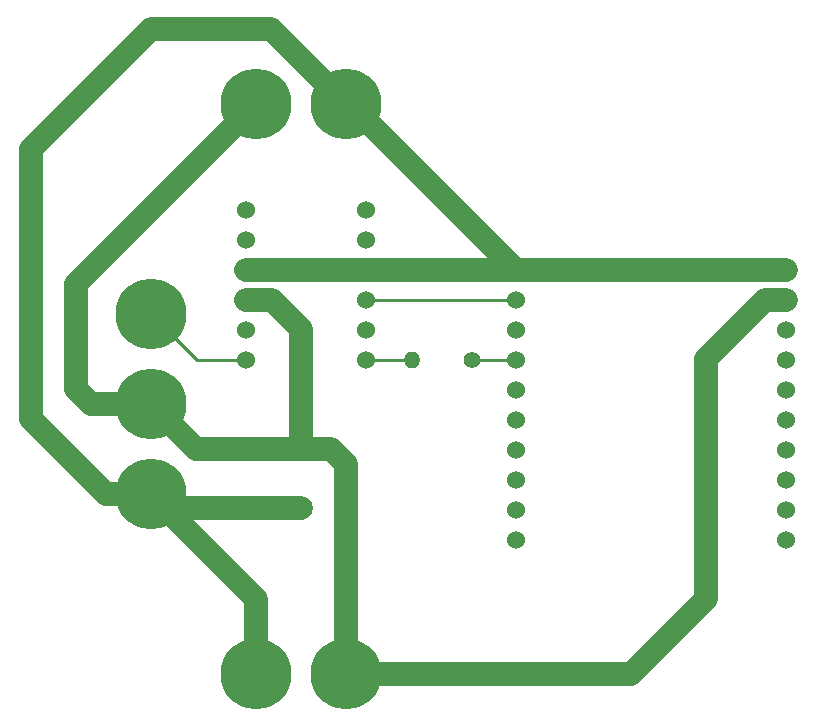
<source format=gbr>
G04 #@! TF.FileFunction,Copper,L1,Top,Signal*
%FSLAX46Y46*%
G04 Gerber Fmt 4.6, Leading zero omitted, Abs format (unit mm)*
G04 Created by KiCad (PCBNEW 4.0.4-stable) date 11/11/17 19:23:41*
%MOMM*%
%LPD*%
G01*
G04 APERTURE LIST*
%ADD10C,0.100000*%
%ADD11R,2.000000X2.000000*%
%ADD12C,2.000000*%
%ADD13C,1.524000*%
%ADD14C,5.999480*%
%ADD15C,1.400000*%
%ADD16O,1.400000X1.400000*%
%ADD17C,0.250000*%
%ADD18C,2.000000*%
G04 APERTURE END LIST*
D10*
D11*
X160020000Y-113030000D03*
D12*
X160020000Y-118030000D03*
D13*
X165500000Y-105500000D03*
X165500000Y-102960000D03*
X165500000Y-100420000D03*
X165500000Y-97880000D03*
X165500000Y-95340000D03*
X165500000Y-92800000D03*
X155340000Y-105500000D03*
X155340000Y-102960000D03*
X155340000Y-100420000D03*
X155340000Y-97880000D03*
X155340000Y-95340000D03*
X155340000Y-92800000D03*
D14*
X147320000Y-116840000D03*
X147320000Y-109220000D03*
X147320000Y-101600000D03*
D15*
X174500000Y-105500000D03*
D16*
X169420000Y-105500000D03*
D13*
X201089000Y-97875000D03*
X201089000Y-100415000D03*
X201089000Y-102955000D03*
X201089000Y-105495000D03*
X201089000Y-108035000D03*
X201089000Y-110575000D03*
X201089000Y-113115000D03*
X201089000Y-115655000D03*
X201089000Y-118195000D03*
X201089000Y-120735000D03*
X178229000Y-120735000D03*
X178229000Y-118195000D03*
X178229000Y-115655000D03*
X178229000Y-113115000D03*
X178229000Y-110575000D03*
X178229000Y-108035000D03*
X178229000Y-105495000D03*
X178229000Y-102955000D03*
X178229000Y-100415000D03*
X178229000Y-97875000D03*
D14*
X156210000Y-132080000D03*
X163830000Y-132080000D03*
X163830000Y-83820000D03*
X156210000Y-83820000D03*
D17*
X169420000Y-105500000D02*
X165500000Y-105500000D01*
X165500000Y-100420000D02*
X178224000Y-100420000D01*
X178224000Y-100420000D02*
X178229000Y-100415000D01*
X155340000Y-105500000D02*
X151220000Y-105500000D01*
X151220000Y-105500000D02*
X147320000Y-101600000D01*
X174500000Y-105500000D02*
X178224000Y-105500000D01*
X178224000Y-105500000D02*
X178229000Y-105495000D01*
D18*
X160020000Y-113030000D02*
X162560000Y-113030000D01*
X163830000Y-114300000D02*
X163830000Y-132080000D01*
X162560000Y-113030000D02*
X163830000Y-114300000D01*
X160020000Y-113030000D02*
X160020000Y-102870000D01*
X157570000Y-100420000D02*
X155340000Y-100420000D01*
X160020000Y-102870000D02*
X157570000Y-100420000D01*
X156210000Y-83820000D02*
X140970000Y-99060000D01*
X142240000Y-109220000D02*
X147320000Y-109220000D01*
X140970000Y-107950000D02*
X142240000Y-109220000D01*
X140970000Y-99060000D02*
X140970000Y-107950000D01*
X201089000Y-100415000D02*
X199305000Y-100415000D01*
X199305000Y-100415000D02*
X194310000Y-105410000D01*
X194310000Y-105410000D02*
X194310000Y-125730000D01*
X194310000Y-125730000D02*
X187960000Y-132080000D01*
X187960000Y-132080000D02*
X163830000Y-132080000D01*
X160020000Y-113030000D02*
X151130000Y-113030000D01*
X151130000Y-113030000D02*
X147320000Y-109220000D01*
X147320000Y-116840000D02*
X143510000Y-116840000D01*
X157480000Y-77470000D02*
X163830000Y-83820000D01*
X147320000Y-77470000D02*
X157480000Y-77470000D01*
X137160000Y-87630000D02*
X147320000Y-77470000D01*
X137160000Y-110490000D02*
X137160000Y-87630000D01*
X143510000Y-116840000D02*
X137160000Y-110490000D01*
X160020000Y-118030000D02*
X148510000Y-118030000D01*
X148510000Y-118030000D02*
X147320000Y-116840000D01*
X155340000Y-97880000D02*
X165500000Y-97880000D01*
X163830000Y-83820000D02*
X164174000Y-83820000D01*
X164174000Y-83820000D02*
X178229000Y-97875000D01*
X156210000Y-132080000D02*
X156210000Y-125730000D01*
X156210000Y-125730000D02*
X147320000Y-116840000D01*
X201089000Y-97875000D02*
X178229000Y-97875000D01*
X178229000Y-97875000D02*
X165505000Y-97875000D01*
X165505000Y-97875000D02*
X165500000Y-97880000D01*
D17*
X178229000Y-97875000D02*
X165505000Y-97875000D01*
X165505000Y-97875000D02*
X165500000Y-97880000D01*
M02*

</source>
